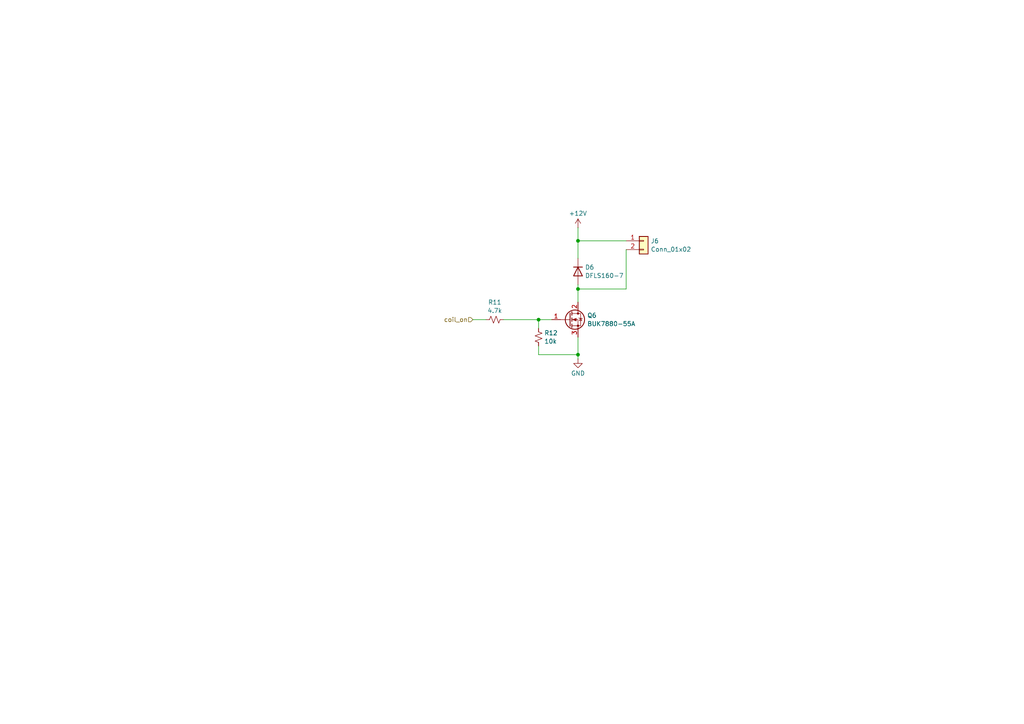
<source format=kicad_sch>
(kicad_sch (version 20250114) (generator "eeschema") (generator_version "9.0")
  (paper "A4")
  (lib_symbols
    (symbol "Connector_Generic:Conn_01x02" (pin_names (offset 1.016) (hide yes))
      (property "Reference" "J" (at 0 2.54 0))
      (property "Value" "Conn_01x02" (at 0 -5.08 0))
      (symbol "Conn_01x02_1_1"
        (rectangle (start -1.27 1.27) (end 1.27 -3.81) (stroke (width 0.254)) (fill (type background)))
        (rectangle (start -1.27 0.127) (end 0 -0.127) (stroke (width 0.1524)))
        (rectangle (start -1.27 -2.413) (end 0 -2.667) (stroke (width 0.1524)))
        (pin passive line (at -5.08 0 0) (length 3.81) (name "Pin_1") (number "1"))
        (pin passive line (at -5.08 -2.54 0) (length 3.81) (name "Pin_2") (number "2"))
      )
    )
    (symbol "Device:D" (pin_numbers (hide yes)) (pin_names (offset 1.016) (hide yes))
      (property "Reference" "D" (at 0 2.54 0))
      (property "Value" "D" (at 0 -2.54 0))
      (symbol "D_0_1"
        (polyline (pts (xy -1.27 1.27) (xy -1.27 -1.27)) (stroke (width 0.254)))
        (polyline (pts (xy 1.27 1.27) (xy 1.27 -1.27) (xy -1.27 0) (xy 1.27 1.27)) (stroke (width 0.254)))
        (polyline (pts (xy 1.27 0) (xy -1.27 0)))
      )
      (symbol "D_1_1"
        (pin passive line (at -3.81 0 0) (length 2.54) (name "K") (number "1"))
        (pin passive line (at 3.81 0 180) (length 2.54) (name "A") (number "2"))
      )
    )
    (symbol "Device:R_Small_US" (pin_numbers (hide yes)) (pin_names (offset 0.254) (hide yes))
      (property "Reference" "R" (at 0.762 0.508 0))
      (property "Value" "R_Small_US" (at 0.762 -1.016 0))
      (symbol "R_Small_US_1_1"
        (polyline (pts (xy 0 1.524) (xy 1.016 1.143) (xy 0 0.762) (xy -1.016 0.381) (xy 0 0)))
        (polyline (pts (xy 0 0) (xy 1.016 -0.381) (xy 0 -0.762) (xy -1.016 -1.143) (xy 0 -1.524)))
        (pin passive line (at 0 2.54 270) (length 1.016) (name "~") (number "1"))
        (pin passive line (at 0 -2.54 90) (length 1.016) (name "~") (number "2"))
      )
    )
    (symbol "Transistor_FET:BUK7880-55A" (pin_names (hide yes))
      (property "Reference" "Q" (at 5.08 1.905 0))
      (property "Value" "BUK7880-55A" (at 5.08 0 0))
      (symbol "BUK7880-55A_0_1"
        (polyline (pts (xy 0.254 1.905) (xy 0.254 -1.905)) (stroke (width 0.254)))
        (polyline (pts (xy 0.254 0) (xy -2.54 0)))
        (polyline (pts (xy 0.762 2.286) (xy 0.762 1.27)) (stroke (width 0.254)))
        (polyline (pts (xy 0.762 0.508) (xy 0.762 -0.508)) (stroke (width 0.254)))
        (polyline (pts (xy 0.762 -1.27) (xy 0.762 -2.286)) (stroke (width 0.254)))
        (polyline (pts (xy 0.762 -1.778) (xy 3.302 -1.778) (xy 3.302 1.778) (xy 0.762 1.778)))
        (polyline (pts (xy 1.016 0) (xy 2.032 0.381) (xy 2.032 -0.381) (xy 1.016 0)) (fill (type outline)))
        (circle (center 1.651 0) (radius 2.794) (stroke (width 0.254)))
        (polyline (pts (xy 2.54 2.54) (xy 2.54 1.778)))
        (circle (center 2.54 1.778) (radius 0.254) (fill (type outline)))
        (circle (center 2.54 -1.778) (radius 0.254) (fill (type outline)))
        (polyline (pts (xy 2.54 -2.54) (xy 2.54 0) (xy 0.762 0)))
        (polyline (pts (xy 2.794 0.508) (xy 2.921 0.381) (xy 3.683 0.381) (xy 3.81 0.254)))
        (polyline (pts (xy 3.302 0.381) (xy 2.921 -0.254) (xy 3.683 -0.254) (xy 3.302 0.381)))
      )
      (symbol "BUK7880-55A_1_1"
        (pin input line (at -5.08 0 0) (length 2.54) (name "G") (number "1"))
        (pin passive line (at 2.54 5.08 270) (length 2.54) (name "D") (number "2"))
        (pin passive line (at 2.54 -5.08 90) (length 2.54) (name "S") (number "3"))
      )
    )
    (symbol "power:+12V" (power) (pin_numbers (hide yes)) (pin_names (offset 0) (hide yes))
      (property "Value" "+12V" (at 0 3.556 0))
      (symbol "+12V_0_1"
        (polyline (pts (xy -0.762 1.27) (xy 0 2.54)))
        (polyline (pts (xy 0 2.54) (xy 0.762 1.27)))
        (polyline (pts (xy 0 0) (xy 0 2.54)))
      )
      (symbol "+12V_1_1"
        (pin power_in line (at 0 0 90) (length 0) (name "~") (number "1"))
      )
    )
    (symbol "power:GND" (power) (pin_numbers (hide yes)) (pin_names (offset 0) (hide yes))
      (property "Value" "GND" (at 0 -3.81 0))
      (symbol "GND_0_1"
        (polyline (pts (xy 0 0) (xy 0 -1.27) (xy 1.27 -1.27) (xy 0 -2.54) (xy -1.27 -1.27) (xy 0 -1.27)))
      )
      (symbol "GND_1_1"
        (pin power_in line (at 0 0 270) (length 0) (name "~") (number "1"))
      )
    )
  )
  (junction (at 167.64 83.82))
  (junction (at 156.21 92.71))
  (junction (at 167.64 102.87))
  (junction (at 167.64 69.85))
  (wire (pts (xy 156.21 100.33) (xy 156.21 102.87)))
  (wire (pts (xy 156.21 92.71) (xy 156.21 95.25)))
  (wire (pts (xy 167.64 69.85) (xy 181.61 69.85)))
  (wire (pts (xy 181.61 83.82) (xy 167.64 83.82)))
  (wire (pts (xy 181.61 72.39) (xy 181.61 83.82)))
  (wire (pts (xy 167.64 66.04) (xy 167.64 69.85)))
  (wire (pts (xy 167.64 83.82) (xy 167.64 87.63)))
  (wire (pts (xy 137.16 92.71) (xy 140.97 92.71)))
  (wire (pts (xy 146.05 92.71) (xy 156.21 92.71)))
  (wire (pts (xy 167.64 69.85) (xy 167.64 74.93)))
  (wire (pts (xy 156.21 102.87) (xy 167.64 102.87)))
  (wire (pts (xy 167.64 82.55) (xy 167.64 83.82)))
  (wire (pts (xy 167.64 102.87) (xy 167.64 104.14)))
  (wire (pts (xy 167.64 97.79) (xy 167.64 102.87)))
  (wire (pts (xy 156.21 92.71) (xy 160.02 92.71)))
  (hierarchical_label "coil_on" (shape input) (at 137.16 92.71 180))
  (symbol (lib_id "Transistor_FET:BUK7880-55A") (at 165.1 92.71 0) (unit 1)
    (property "Reference" "Q1" (at 170.307 91.4978 0) (effects (justify left)))
    (property "Value" "BUK7880-55A" (at 170.307 93.9221 0) (effects (justify left)))
    (property "Footprint" "Package_TO_SOT_SMD:SOT-223-3_TabPin2" (effects (hide yes)))
    (property "Datasheet" "https://assets.nexperia.com/documents/data-sheet/BUK7880-55A.pdf" (effects (hide yes)))
    (property "Description" "7A Id, 55V Vds, N-Channel Enhancement Mode MOSFET, SOT-223" (effects (hide yes)))
    (instances (project "driver-board" (path "" (reference "Q6") (unit 1)) (path "" (reference "Q5") (unit 1)) (path "" (reference "Q8") (unit 1)) (path "" (reference "Q3") (unit 1)) (path "" (reference "Q1") (unit 1)) (path "" (reference "Q7") (unit 1)) (path "" (reference "Q2") (unit 1)) (path "" (reference "Q4") (unit 1))))
  )
  (symbol (lib_id "Device:R_Small_US") (at 156.21 97.79 180) (unit 1)
    (property "Reference" "R2" (at 157.861 96.5778 0) (effects (justify right)))
    (property "Value" "10k" (at 157.861 99.0021 0) (effects (justify right)))
    (property "Footprint" "Resistor_SMD:R_0805_2012Metric" (effects (hide yes)))
    (property "Description" "Resistor, small US symbol" (effects (hide yes)))
    (instances (project "driver-board" (path "" (reference "R12") (unit 1)) (path "" (reference "R10") (unit 1)) (path "" (reference "R16") (unit 1)) (path "" (reference "R6") (unit 1)) (path "" (reference "R2") (unit 1)) (path "" (reference "R14") (unit 1)) (path "" (reference "R4") (unit 1)) (path "" (reference "R8") (unit 1))))
  )
  (symbol (lib_id "power:+12V") (at 167.64 66.04 0) (unit 1)
    (property "Reference" "#PWR01" (effects (hide yes)))
    (property "Value" "+12V" (at 167.64 61.9069 0))
    (property "Description" "Power symbol creates a global label with name \"+12V\"" (effects (hide yes)))
    (instances (project "driver-board" (path "" (reference "#PWR011") (unit 1)) (path "" (reference "#PWR09") (unit 1)) (path "" (reference "#PWR015") (unit 1)) (path "" (reference "#PWR05") (unit 1)) (path "" (reference "#PWR01") (unit 1)) (path "" (reference "#PWR013") (unit 1)) (path "" (reference "#PWR03") (unit 1)) (path "" (reference "#PWR07") (unit 1))))
  )
  (symbol (lib_id "Device:R_Small_US") (at 143.51 92.71 90) (unit 1)
    (property "Reference" "R1" (at 143.51 87.6765 90))
    (property "Value" "4.7k" (at 143.51 90.1008 90))
    (property "Footprint" "Resistor_SMD:R_0805_2012Metric" (effects (hide yes)))
    (property "Description" "Resistor, small US symbol" (effects (hide yes)))
    (instances (project "driver-board" (path "" (reference "R11") (unit 1)) (path "" (reference "R9") (unit 1)) (path "" (reference "R15") (unit 1)) (path "" (reference "R5") (unit 1)) (path "" (reference "R1") (unit 1)) (path "" (reference "R13") (unit 1)) (path "" (reference "R3") (unit 1)) (path "" (reference "R7") (unit 1))))
  )
  (symbol (lib_id "Device:D") (at 167.64 78.74 270) (unit 1)
    (property "Reference" "D1" (at 169.672 77.5278 90) (effects (justify left)))
    (property "Value" "DFLS160-7" (at 169.672 79.9521 90) (effects (justify left)))
    (property "Footprint" "Diode_SMD:D_PowerDI-123" (effects (hide yes)))
    (property "Description" "Diode" (effects (hide yes)))
    (property "Sim.Device" "D" (effects (hide yes)))
    (property "Sim.Pins" "1=K 2=A" (effects (hide yes)))
    (instances (project "driver-board" (path "" (reference "D6") (unit 1)) (path "" (reference "D5") (unit 1)) (path "" (reference "D8") (unit 1)) (path "" (reference "D3") (unit 1)) (path "" (reference "D1") (unit 1)) (path "" (reference "D7") (unit 1)) (path "" (reference "D2") (unit 1)) (path "" (reference "D4") (unit 1))))
  )
  (symbol (lib_id "Connector_Generic:Conn_01x02") (at 186.69 69.85 0) (unit 1)
    (property "Reference" "J1" (at 188.722 69.9078 0) (effects (justify left)))
    (property "Value" "Conn_01x02" (at 188.722 72.3321 0) (effects (justify left)))
    (property "Footprint" "Connector_JST:JST_PH_B2B-PH-K_1x02_P2.00mm_Vertical" (effects (hide yes)))
    (property "Description" "Generic connector, single row, 01x02, script generated (kicad-library-utils/schlib/autogen/connector/)" (effects (hide yes)))
    (instances (project "driver-board" (path "" (reference "J6") (unit 1)) (path "" (reference "J5") (unit 1)) (path "" (reference "J8") (unit 1)) (path "" (reference "J3") (unit 1)) (path "" (reference "J1") (unit 1)) (path "" (reference "J7") (unit 1)) (path "" (reference "J2") (unit 1)) (path "" (reference "J4") (unit 1))))
  )
  (symbol (lib_id "power:GND") (at 167.64 104.14 0) (unit 1)
    (property "Reference" "#PWR02" (effects (hide yes)))
    (property "Value" "GND" (at 167.64 108.2731 0))
    (property "Description" "Power symbol creates a global label with name \"GND\" , ground" (effects (hide yes)))
    (instances (project "driver-board" (path "" (reference "#PWR012") (unit 1)) (path "" (reference "#PWR010") (unit 1)) (path "" (reference "#PWR016") (unit 1)) (path "" (reference "#PWR06") (unit 1)) (path "" (reference "#PWR02") (unit 1)) (path "" (reference "#PWR014") (unit 1)) (path "" (reference "#PWR04") (unit 1)) (path "" (reference "#PWR08") (unit 1))))
  )
)
</source>
